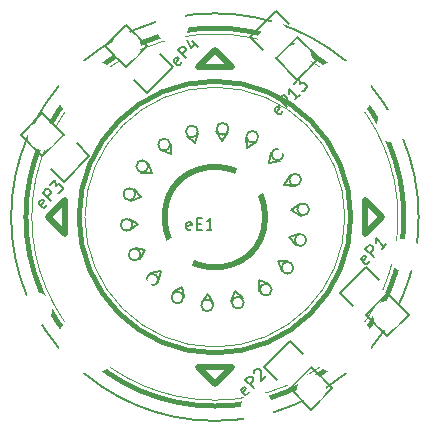
<source format=gto>
%TF.GenerationSoftware,KiCad,Pcbnew,4.1.0-alpha+201609021633+7109~49~ubuntu16.04.1-product*%
%TF.CreationDate,2016-09-14T14:39:46+05:30*%
%TF.ProjectId,OTS2_encC,4F5453325F656E63432E6B696361645F,rev?*%
%TF.FileFunction,Legend,Top*%
%FSLAX46Y46*%
G04 Gerber Fmt 4.6, Leading zero omitted, Abs format (unit mm)*
G04 Created by KiCad (PCBNEW 4.1.0-alpha+201609021633+7109~49~ubuntu16.04.1-product) date Wed Sep 14 14:39:46 2016*
%MOMM*%
%LPD*%
G01*
G04 APERTURE LIST*
%ADD10C,0.101600*%
%ADD11C,0.150000*%
%ADD12C,0.500000*%
%ADD13C,0.100000*%
%ADD14C,0.400000*%
%ADD15C,2.432000*%
%ADD16C,2.800000*%
%ADD17C,5.400000*%
%ADD18C,3.000000*%
G04 APERTURE END LIST*
D10*
D11*
X77469989Y-123081062D02*
X75673938Y-121285011D01*
X79266040Y-125273093D02*
X78170024Y-124177078D01*
X77469989Y-123081062D02*
X79266040Y-121285011D01*
X80362056Y-121985046D02*
X81458071Y-123081062D01*
X81458071Y-123081062D02*
X79266040Y-125273093D01*
X79266040Y-121285011D02*
X77469989Y-119488960D01*
X77469989Y-119488960D02*
X75673938Y-121285011D01*
D12*
X90660786Y-140997922D02*
X93489214Y-140997922D01*
X93489214Y-140997922D02*
X92075000Y-142412136D01*
X92075000Y-142412136D02*
X90660786Y-140997922D01*
X104802922Y-129684214D02*
X104802922Y-126855786D01*
X104802922Y-126855786D02*
X106217136Y-128270000D01*
X106217136Y-128270000D02*
X104802922Y-129684214D01*
X90660786Y-115542078D02*
X93489214Y-115542078D01*
X93489214Y-115542078D02*
X92075000Y-114127864D01*
X92075000Y-114127864D02*
X90660786Y-115542078D01*
X79347078Y-129684214D02*
X77932864Y-128270000D01*
X77932864Y-128270000D02*
X79347078Y-126855786D01*
X79347078Y-129684214D02*
X79347078Y-126855786D01*
D11*
X96671194Y-123673806D02*
X97555078Y-123497029D01*
X96847971Y-122789922D02*
X96671194Y-123673806D01*
X97878301Y-122966699D02*
G75*
G03X97878301Y-122966699I-500000J0D01*
G01*
D13*
X107575000Y-128270000D02*
G75*
G03X107575000Y-128270000I-15500000J0D01*
G01*
X103075001Y-128270000D02*
G75*
G03X103075001Y-128270000I-11000001J0D01*
G01*
D14*
X108074999Y-128270000D02*
G75*
G03X108074999Y-128270000I-15999999J0D01*
G01*
D11*
X109325000Y-128270000D02*
G75*
G03X109325000Y-128270000I-17250000J0D01*
G01*
D14*
X103575000Y-128270000D02*
G75*
G03X103575000Y-128270000I-11500000J0D01*
G01*
D12*
X96325000Y-128270000D02*
G75*
G03X96325000Y-128270000I-4250000J0D01*
G01*
D11*
X95744636Y-121472691D02*
G75*
G03X95744636Y-121472691I-499999J0D01*
G01*
X93228668Y-120798540D02*
G75*
G03X93228668Y-120798540I-500000J0D01*
G01*
X90633857Y-121025556D02*
G75*
G03X90633857Y-121025556I-500000J0D01*
G01*
X88273177Y-122126360D02*
G75*
G03X88273177Y-122126360I-500000J0D01*
G01*
X86431360Y-123968177D02*
G75*
G03X86431360Y-123968177I-500000J0D01*
G01*
X85330556Y-126328857D02*
G75*
G03X85330556Y-126328857I-500000J0D01*
G01*
X85103540Y-128923668D02*
G75*
G03X85103540Y-128923668I-500000J0D01*
G01*
X85777691Y-131439637D02*
G75*
G03X85777691Y-131439637I-500000J0D01*
G01*
X87271699Y-133573301D02*
G75*
G03X87271699Y-133573301I-500000J0D01*
G01*
X89405362Y-135067309D02*
G75*
G03X89405362Y-135067309I-499999J0D01*
G01*
X91921332Y-135741460D02*
G75*
G03X91921332Y-135741460I-500000J0D01*
G01*
X94516143Y-135514444D02*
G75*
G03X94516143Y-135514444I-500000J0D01*
G01*
X96876823Y-134413640D02*
G75*
G03X96876823Y-134413640I-500000J0D01*
G01*
X98718640Y-132571823D02*
G75*
G03X98718640Y-132571823I-500000J0D01*
G01*
X99819444Y-130211143D02*
G75*
G03X99819444Y-130211143I-500000J0D01*
G01*
X100046460Y-127616332D02*
G75*
G03X100046460Y-127616332I-500000J0D01*
G01*
X99372309Y-125100363D02*
G75*
G03X99372309Y-125100363I-500000J0D01*
G01*
X94822019Y-122378999D02*
X95592136Y-121910577D01*
X92641513Y-121794735D02*
X93204976Y-121091166D01*
X90392676Y-121991482D02*
X90681525Y-121137628D01*
X88346753Y-122945512D02*
X88326147Y-122044360D01*
X86750512Y-124541753D02*
X86422936Y-123701995D01*
X85796482Y-126587676D02*
X85201448Y-125910599D01*
X85599735Y-128836513D02*
X84809011Y-128403782D01*
X86183999Y-131017019D02*
X85292960Y-130880828D01*
X87478806Y-132866194D02*
X86594922Y-133042971D01*
X89327981Y-134161001D02*
X88557864Y-134629423D01*
X91508487Y-134745265D02*
X90945024Y-135448834D01*
X93757324Y-134548518D02*
X93468475Y-135402372D01*
X95803247Y-133594488D02*
X95823853Y-134495640D01*
X97399488Y-131998247D02*
X97727064Y-132838005D01*
X98353518Y-129952324D02*
X98948552Y-130629401D01*
X98550265Y-127703487D02*
X99340989Y-128136218D01*
X97966001Y-125522981D02*
X98857040Y-125659172D01*
X94685828Y-121487960D02*
X94822019Y-122378999D01*
X92208782Y-121004011D02*
X92641513Y-121794735D01*
X89715599Y-121396448D02*
X90392676Y-121991482D01*
X87506995Y-122617936D02*
X88346753Y-122945512D01*
X85849360Y-124521147D02*
X86750512Y-124541753D01*
X84942628Y-126876525D02*
X85796482Y-126587676D01*
X84896166Y-129399976D02*
X85599735Y-128836513D01*
X85715577Y-131787136D02*
X86183999Y-131017019D01*
X87302029Y-133750078D02*
X87478806Y-132866194D01*
X89464172Y-135052040D02*
X89327981Y-134161001D01*
X91941218Y-135535989D02*
X91508487Y-134745265D01*
X94434401Y-135143552D02*
X93757324Y-134548518D01*
X96643005Y-133922064D02*
X95803247Y-133594488D01*
X98300640Y-132018853D02*
X97399488Y-131998247D01*
X99207372Y-129663475D02*
X98353518Y-129952324D01*
X99253834Y-127140024D02*
X98550265Y-127703487D01*
X98434423Y-124752864D02*
X97966001Y-125522981D01*
X100221051Y-140970000D02*
X102017102Y-142766051D01*
X98425000Y-138777969D02*
X99521016Y-139873984D01*
X100221051Y-140970000D02*
X98425000Y-142766051D01*
X97328984Y-142066016D02*
X96232969Y-140970000D01*
X96232969Y-140970000D02*
X98425000Y-138777969D01*
X98425000Y-142766051D02*
X100221051Y-144562102D01*
X100221051Y-144562102D02*
X102017102Y-142766051D01*
X84563949Y-115570000D02*
X82767898Y-113773949D01*
X86360000Y-117762031D02*
X85263984Y-116666016D01*
X84563949Y-115570000D02*
X86360000Y-113773949D01*
X87456016Y-114473984D02*
X88552031Y-115570000D01*
X88552031Y-115570000D02*
X86360000Y-117762031D01*
X86360000Y-113773949D02*
X84563949Y-111977898D01*
X84563949Y-111977898D02*
X82767898Y-113773949D01*
X106680000Y-134728949D02*
X108476051Y-136525000D01*
X104883949Y-132536918D02*
X105979965Y-133632933D01*
X106680000Y-134728949D02*
X104883949Y-136525000D01*
X103787933Y-135824965D02*
X102691918Y-134728949D01*
X102691918Y-134728949D02*
X104883949Y-132536918D01*
X104883949Y-136525000D02*
X106680000Y-138321051D01*
X106680000Y-138321051D02*
X108476051Y-136525000D01*
X99060000Y-113030000D02*
X100856051Y-114826051D01*
X97263949Y-110837969D02*
X98359965Y-111933984D01*
X99060000Y-113030000D02*
X97263949Y-114826051D01*
X96167933Y-114126016D02*
X95071918Y-113030000D01*
X95071918Y-113030000D02*
X97263949Y-110837969D01*
X97263949Y-114826051D02*
X99060000Y-116622102D01*
X99060000Y-116622102D02*
X100856051Y-114826051D01*
X77835625Y-127206793D02*
X77801954Y-127307809D01*
X77667267Y-127442496D01*
X77566251Y-127476167D01*
X77465236Y-127442496D01*
X77195862Y-127173122D01*
X77162190Y-127072106D01*
X77195862Y-126971091D01*
X77330549Y-126836404D01*
X77431564Y-126802732D01*
X77532580Y-126836404D01*
X77599923Y-126903748D01*
X77330549Y-127307809D01*
X78206015Y-126903748D02*
X77498908Y-126196641D01*
X77768282Y-125927267D01*
X77869297Y-125893595D01*
X77936641Y-125893595D01*
X78037656Y-125927267D01*
X78138671Y-126028282D01*
X78172343Y-126129297D01*
X78172343Y-126196641D01*
X78138671Y-126297656D01*
X77869297Y-126567030D01*
X78138671Y-125556877D02*
X78576404Y-125119145D01*
X78610076Y-125624221D01*
X78711091Y-125523206D01*
X78812106Y-125489534D01*
X78879450Y-125489534D01*
X78980465Y-125523206D01*
X79148824Y-125691564D01*
X79182496Y-125792580D01*
X79182496Y-125859923D01*
X79148824Y-125960938D01*
X78946793Y-126162969D01*
X78845778Y-126196641D01*
X78778435Y-126196641D01*
X90066904Y-129309761D02*
X89971666Y-129357380D01*
X89781190Y-129357380D01*
X89685952Y-129309761D01*
X89638333Y-129214523D01*
X89638333Y-128833571D01*
X89685952Y-128738333D01*
X89781190Y-128690714D01*
X89971666Y-128690714D01*
X90066904Y-128738333D01*
X90114523Y-128833571D01*
X90114523Y-128928809D01*
X89638333Y-129024047D01*
X90543095Y-128833571D02*
X90876428Y-128833571D01*
X91019285Y-129357380D02*
X90543095Y-129357380D01*
X90543095Y-128357380D01*
X91019285Y-128357380D01*
X91971666Y-129357380D02*
X91400238Y-129357380D01*
X91685952Y-129357380D02*
X91685952Y-128357380D01*
X91590714Y-128500238D01*
X91495476Y-128595476D01*
X91400238Y-128643095D01*
X94980625Y-143081794D02*
X94946954Y-143182810D01*
X94812267Y-143317497D01*
X94711251Y-143351168D01*
X94610236Y-143317497D01*
X94340862Y-143048123D01*
X94307190Y-142947107D01*
X94340862Y-142846092D01*
X94475549Y-142711405D01*
X94576564Y-142677733D01*
X94677580Y-142711405D01*
X94744923Y-142778749D01*
X94475549Y-143182810D01*
X95351015Y-142778749D02*
X94643908Y-142071642D01*
X94913282Y-141802268D01*
X95014297Y-141768596D01*
X95081641Y-141768596D01*
X95182656Y-141802268D01*
X95283671Y-141903283D01*
X95317343Y-142004298D01*
X95317343Y-142071642D01*
X95283671Y-142172657D01*
X95014297Y-142442031D01*
X95384687Y-141465550D02*
X95384687Y-141398207D01*
X95418358Y-141297191D01*
X95586717Y-141128833D01*
X95687732Y-141095161D01*
X95755076Y-141095161D01*
X95856091Y-141128833D01*
X95923435Y-141196176D01*
X95990778Y-141330863D01*
X95990778Y-142138985D01*
X96428511Y-141701252D01*
X89265625Y-115141792D02*
X89231954Y-115242808D01*
X89097267Y-115377495D01*
X88996251Y-115411166D01*
X88895236Y-115377495D01*
X88625862Y-115108121D01*
X88592190Y-115007105D01*
X88625862Y-114906090D01*
X88760549Y-114771403D01*
X88861564Y-114737731D01*
X88962580Y-114771403D01*
X89029923Y-114838747D01*
X88760549Y-115242808D01*
X89636015Y-114838747D02*
X88928908Y-114131640D01*
X89198282Y-113862266D01*
X89299297Y-113828594D01*
X89366641Y-113828594D01*
X89467656Y-113862266D01*
X89568671Y-113963281D01*
X89602343Y-114064296D01*
X89602343Y-114131640D01*
X89568671Y-114232655D01*
X89299297Y-114502029D01*
X90174763Y-113357189D02*
X90646167Y-113828594D01*
X89737030Y-113256174D02*
X90073748Y-113929609D01*
X90511480Y-113491876D01*
X105140625Y-131964497D02*
X105106954Y-132065513D01*
X104972267Y-132200200D01*
X104871251Y-132233871D01*
X104770236Y-132200200D01*
X104500862Y-131930826D01*
X104467190Y-131829810D01*
X104500862Y-131728795D01*
X104635549Y-131594108D01*
X104736564Y-131560436D01*
X104837580Y-131594108D01*
X104904923Y-131661452D01*
X104635549Y-132065513D01*
X105511015Y-131661452D02*
X104803908Y-130954345D01*
X105073282Y-130684971D01*
X105174297Y-130651299D01*
X105241641Y-130651299D01*
X105342656Y-130684971D01*
X105443671Y-130785986D01*
X105477343Y-130887001D01*
X105477343Y-130954345D01*
X105443671Y-131055360D01*
X105174297Y-131324734D01*
X106588511Y-130583955D02*
X106184450Y-130988016D01*
X106386480Y-130785986D02*
X105679374Y-130078879D01*
X105713045Y-130247238D01*
X105713045Y-130381925D01*
X105679374Y-130482940D01*
X97818908Y-119288510D02*
X97785236Y-119389525D01*
X97650549Y-119524212D01*
X97549534Y-119557884D01*
X97448519Y-119524212D01*
X97179145Y-119254838D01*
X97145473Y-119153823D01*
X97179145Y-119052808D01*
X97313832Y-118918121D01*
X97414847Y-118884449D01*
X97515862Y-118918121D01*
X97583206Y-118985464D01*
X97313832Y-119389525D01*
X98189297Y-118985464D02*
X97482190Y-118278357D01*
X97751564Y-118008983D01*
X97852580Y-117975311D01*
X97919923Y-117975311D01*
X98020938Y-118008983D01*
X98121954Y-118109999D01*
X98155625Y-118211014D01*
X98155625Y-118278357D01*
X98121954Y-118379373D01*
X97852580Y-118648747D01*
X99266793Y-117907968D02*
X98862732Y-118312029D01*
X99064763Y-118109999D02*
X98357656Y-117402892D01*
X98391328Y-117571250D01*
X98391328Y-117705937D01*
X98357656Y-117806953D01*
X98795389Y-116965159D02*
X99233122Y-116527426D01*
X99266793Y-117032502D01*
X99367809Y-116931487D01*
X99468824Y-116897815D01*
X99536167Y-116897815D01*
X99637183Y-116931487D01*
X99805541Y-117099846D01*
X99839213Y-117200861D01*
X99839213Y-117268205D01*
X99805541Y-117369220D01*
X99603511Y-117571250D01*
X99502496Y-117604922D01*
X99435152Y-117604922D01*
%LPC*%
D10*
G36*
X79266040Y-121361378D02*
X80985724Y-123081062D01*
X79266040Y-124800746D01*
X77546356Y-123081062D01*
X79266040Y-121361378D01*
X79266040Y-121361378D01*
G37*
D15*
X77469989Y-121285011D02*
X77469989Y-121285011D01*
D16*
X93185158Y-129380158D03*
D17*
X81468398Y-117663398D03*
D16*
X85527191Y-134817809D03*
D17*
X102681602Y-138876602D03*
D16*
X98622809Y-121722191D03*
D17*
X81468398Y-138876602D03*
X102681602Y-117663398D03*
D18*
X88893019Y-131451981D03*
X95256981Y-125088019D03*
D16*
X76971199Y-136019890D03*
X85527191Y-121722191D03*
X88468755Y-112119681D03*
X95681245Y-144420319D03*
X108154608Y-131522691D03*
X107178801Y-120520110D03*
D10*
G36*
X98425000Y-142689684D02*
X96705316Y-140970000D01*
X98425000Y-139250316D01*
X100144684Y-140970000D01*
X98425000Y-142689684D01*
X98425000Y-142689684D01*
G37*
D15*
X100221051Y-142766051D02*
X100221051Y-142766051D01*
D10*
G36*
X86360000Y-113850316D02*
X88079684Y-115570000D01*
X86360000Y-117289684D01*
X84640316Y-115570000D01*
X86360000Y-113850316D01*
X86360000Y-113850316D01*
G37*
D15*
X84563949Y-113773949D02*
X84563949Y-113773949D01*
D10*
G36*
X104883949Y-136448633D02*
X103164265Y-134728949D01*
X104883949Y-133009265D01*
X106603633Y-134728949D01*
X104883949Y-136448633D01*
X104883949Y-136448633D01*
G37*
D15*
X106680000Y-136525000D02*
X106680000Y-136525000D01*
D10*
G36*
X97263949Y-114749684D02*
X95544265Y-113030000D01*
X97263949Y-111310316D01*
X98983633Y-113030000D01*
X97263949Y-114749684D01*
X97263949Y-114749684D01*
G37*
D15*
X99060000Y-114826051D02*
X99060000Y-114826051D01*
M02*

</source>
